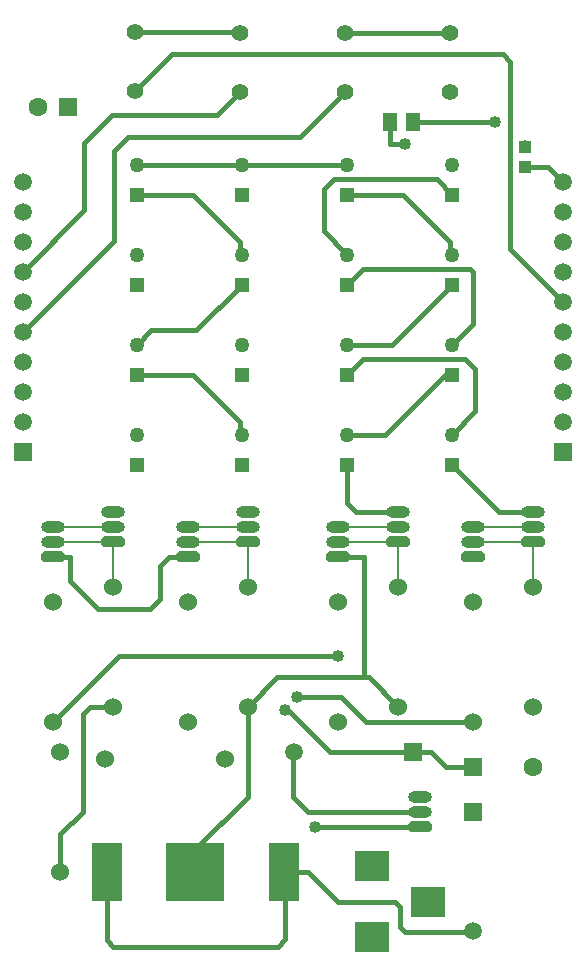
<source format=gbr>
G04 DipTrace 2.3.0.3*
%INTop.gbr*%
%MOIN*%
%ADD13C,0.015*%
%ADD14C,0.008*%
%ADD15R,0.1969X0.1969*%
%ADD16R,0.0984X0.1969*%
%ADD17C,0.063*%
%ADD18R,0.063X0.063*%
%ADD19C,0.05*%
%ADD20R,0.05X0.05*%
%ADD21R,0.0591X0.0591*%
%ADD22C,0.0591*%
%ADD23R,0.0512X0.0591*%
%ADD24R,0.1181X0.0984*%
%ADD25O,0.0787X0.0394*%
%ADD26C,0.06*%
%ADD27C,0.06*%
%ADD29R,0.0394X0.0433*%
%ADD30C,0.0559*%
%ADD31C,0.04*%
%FSLAX44Y44*%
G04*
G70*
G90*
G75*
G01*
%LNTop*%
%LPD*%
X5937Y11937D2*
D13*
X8137Y14137D1*
X15437D1*
Y17437D2*
X16312D1*
Y13412D1*
X13412D1*
X12437Y12437D1*
X17437D2*
X16462Y13412D1*
X16312D1*
X12187Y34906D2*
Y34937D1*
X8687D1*
X10437Y17437D2*
X9818D1*
X9518Y17137D1*
Y16018D1*
X9187Y15687D1*
X7437D1*
X6506Y16618D1*
Y17437D1*
X5937D1*
X15687Y34906D2*
X17567D1*
X17568Y34904D1*
X19187D1*
X7937Y12437D2*
X7187D1*
X6937Y12187D1*
Y8937D1*
X6187Y8187D1*
Y6937D1*
X10687Y6938D2*
Y7687D1*
X12437Y9437D1*
Y12437D1*
X5937Y17937D2*
D14*
X7937D1*
Y16437D1*
X5937Y18437D2*
X7937D1*
X10437Y17937D2*
X12437D1*
Y16437D1*
X10437Y18437D2*
X12437D1*
X15437Y17937D2*
X17437D1*
Y16437D1*
X12247Y27502D2*
D13*
X12187D1*
Y27937D1*
X10622Y29502D1*
X8747D1*
Y24502D2*
X9222Y24977D1*
X10722D1*
X12247Y26502D1*
Y21502D2*
X12187D1*
Y21937D1*
X10622Y23502D1*
X8747D1*
X15437Y18437D2*
D14*
X17437D1*
X15747Y27502D2*
D13*
X14972Y28277D1*
Y29677D1*
X15315Y30020D1*
X18729D1*
X19247Y29502D1*
Y24502D2*
X19937Y25192D1*
Y26937D1*
X19844Y27030D1*
X16275D1*
X15747Y26502D1*
Y21502D2*
X17002D1*
X19002Y23502D1*
X19247D1*
X15747Y20502D2*
Y19237D1*
X16047Y18937D1*
X17437D1*
X19937Y17937D2*
D14*
X21937D1*
Y16437D1*
X19937Y18437D2*
X21937D1*
X19247Y27502D2*
D13*
X19187D1*
Y27937D1*
X17622Y29502D1*
X15747D1*
Y24502D2*
X17247D1*
X19247Y26502D1*
Y21502D2*
X20022Y22277D1*
Y23677D1*
X19682Y24017D1*
X16262D1*
X15747Y23502D1*
X19247Y20502D2*
X20812Y18937D1*
X21937D1*
X15747Y30502D2*
X12247D1*
X8747D1*
X4937Y24937D2*
X7972Y27972D1*
Y30972D1*
X8437Y31437D1*
X14187D1*
X15687Y32937D1*
X4937Y26937D2*
X6977Y28977D1*
Y31227D1*
X7903Y32153D1*
X11403D1*
X12187Y32937D1*
X22937Y25937D2*
X21187Y27687D1*
Y33937D1*
X20937Y34187D1*
X9906D1*
X8687Y32969D1*
X13640Y6938D2*
X14436D1*
X15437Y5937D1*
X17331D1*
X17522Y5745D1*
Y5102D1*
X17687Y4937D1*
X19913D1*
X19937Y4961D1*
X7734Y6938D2*
Y4640D1*
X7937Y4437D1*
X13437D1*
X13687Y4687D1*
Y6891D1*
X13640Y6938D1*
X21687Y30437D2*
X22437D1*
X22937Y29937D1*
X17187Y31937D2*
Y31187D1*
X17687D1*
X20687Y31937D2*
X17935D1*
X21690Y31117D2*
Y31109D1*
X14687Y8437D2*
X18187D1*
Y8937D2*
X14437D1*
X13937Y9437D1*
Y10913D1*
X13961Y10937D1*
X19937Y10437D2*
X19056D1*
X18556Y10937D1*
X17937D1*
X15187D1*
X13787Y12337D1*
X13662D1*
X19937Y11937D2*
X17975D1*
X17950Y11912D1*
X16387D1*
X15537Y12762D1*
X14087D1*
D31*
X17687Y31187D3*
X21690Y31117D3*
X20687Y31937D3*
X14687Y8437D3*
X15437Y14137D3*
X14087Y12762D3*
X13662Y12337D3*
D15*
X10687Y6938D3*
D16*
X13640D3*
X7734D3*
D17*
X21937Y10437D3*
D18*
X19937D3*
X6437Y32437D3*
D17*
X5437D3*
D19*
X12247Y30502D3*
D20*
Y29502D3*
D19*
X8747Y27502D3*
D20*
Y26502D3*
D19*
X12247Y24502D3*
D20*
Y23502D3*
D19*
X8747Y21502D3*
D20*
Y20502D3*
D19*
Y30502D3*
D20*
Y29502D3*
D19*
X12247Y27502D3*
D20*
Y26502D3*
D19*
X8747Y24502D3*
D20*
Y23502D3*
D19*
X12247Y21502D3*
D20*
Y20502D3*
D19*
X19247Y30502D3*
D20*
Y29502D3*
D19*
X15747Y27502D3*
D20*
Y26502D3*
D19*
X19247Y24502D3*
D20*
Y23502D3*
D19*
X15747Y21502D3*
D20*
Y20502D3*
D19*
Y30502D3*
D20*
Y29502D3*
D19*
X19247Y27502D3*
D20*
Y26502D3*
D19*
X15747Y24502D3*
D20*
Y23502D3*
D19*
X19247Y21502D3*
D20*
Y20502D3*
D21*
X19937Y8937D3*
D22*
Y4961D3*
D23*
X17187Y31937D3*
X17935D3*
D21*
X17937Y10937D3*
D22*
X13961D3*
D21*
X22937Y20937D3*
D22*
Y21937D3*
Y22937D3*
Y23937D3*
Y24937D3*
Y25937D3*
Y26937D3*
Y27937D3*
Y28937D3*
Y29937D3*
D21*
X4937Y20937D3*
D22*
Y21937D3*
Y22937D3*
Y23937D3*
Y24937D3*
Y25937D3*
Y26937D3*
Y27937D3*
Y28937D3*
Y29937D3*
D24*
X18437Y5937D3*
X16587Y7118D3*
Y4756D3*
G36*
X6232Y17240D2*
X6331Y17339D1*
Y17535D1*
X6232Y17634D1*
X5642D1*
X5543Y17535D1*
Y17339D1*
X5642Y17240D1*
X6232D1*
G37*
D25*
X5937Y17937D3*
Y18437D3*
G36*
X8232Y17740D2*
X8331Y17839D1*
Y18035D1*
X8232Y18134D1*
X7642D1*
X7543Y18035D1*
Y17839D1*
X7642Y17740D1*
X8232D1*
G37*
D25*
X7937Y18437D3*
Y18937D3*
G36*
X10732Y17240D2*
X10831Y17339D1*
Y17535D1*
X10732Y17634D1*
X10142D1*
X10043Y17535D1*
Y17339D1*
X10142Y17240D1*
X10732D1*
G37*
D25*
X10437Y17937D3*
Y18437D3*
G36*
X12732Y17740D2*
X12831Y17839D1*
Y18035D1*
X12732Y18134D1*
X12142D1*
X12043Y18035D1*
Y17839D1*
X12142Y17740D1*
X12732D1*
G37*
D25*
X12437Y18437D3*
Y18937D3*
G36*
X15732Y17240D2*
X15831Y17339D1*
Y17535D1*
X15732Y17634D1*
X15142D1*
X15043Y17535D1*
Y17339D1*
X15142Y17240D1*
X15732D1*
G37*
D25*
X15437Y17937D3*
Y18437D3*
G36*
X17732Y17740D2*
X17831Y17839D1*
Y18035D1*
X17732Y18134D1*
X17142D1*
X17043Y18035D1*
Y17839D1*
X17142Y17740D1*
X17732D1*
G37*
D25*
X17437Y18437D3*
Y18937D3*
G36*
X20232Y17240D2*
X20331Y17339D1*
Y17535D1*
X20232Y17634D1*
X19642D1*
X19543Y17535D1*
Y17339D1*
X19642Y17240D1*
X20232D1*
G37*
D25*
X19937Y17937D3*
Y18437D3*
G36*
X22232Y17740D2*
X22331Y17839D1*
Y18035D1*
X22232Y18134D1*
X21642D1*
X21543Y18035D1*
Y17839D1*
X21642Y17740D1*
X22232D1*
G37*
D25*
X21937Y18437D3*
Y18937D3*
D26*
X5937Y11937D3*
D27*
Y15937D3*
D26*
X7937Y16437D3*
D27*
Y12437D3*
D26*
X10437Y11937D3*
D27*
Y15937D3*
D26*
X12437Y16437D3*
D27*
Y12437D3*
D26*
X15437Y11937D3*
D27*
Y15937D3*
D26*
X17437Y16437D3*
D27*
Y12437D3*
D26*
X19937Y11937D3*
D27*
Y15937D3*
D26*
X21937Y16437D3*
D27*
Y12437D3*
D29*
X21687Y30437D3*
Y31106D3*
D26*
X6187Y10937D3*
D27*
Y6937D3*
D26*
X7687Y10687D3*
D27*
X11687D3*
D30*
X15687Y32937D3*
Y34906D3*
X12187Y32937D3*
Y34906D3*
X8687Y34937D3*
Y32969D3*
X19187Y34904D3*
Y32935D3*
G36*
X18482Y8240D2*
X18581Y8339D1*
Y8535D1*
X18482Y8634D1*
X17892D1*
X17793Y8535D1*
Y8339D1*
X17892Y8240D1*
X18482D1*
G37*
D25*
X18187Y8937D3*
Y9437D3*
M02*

</source>
